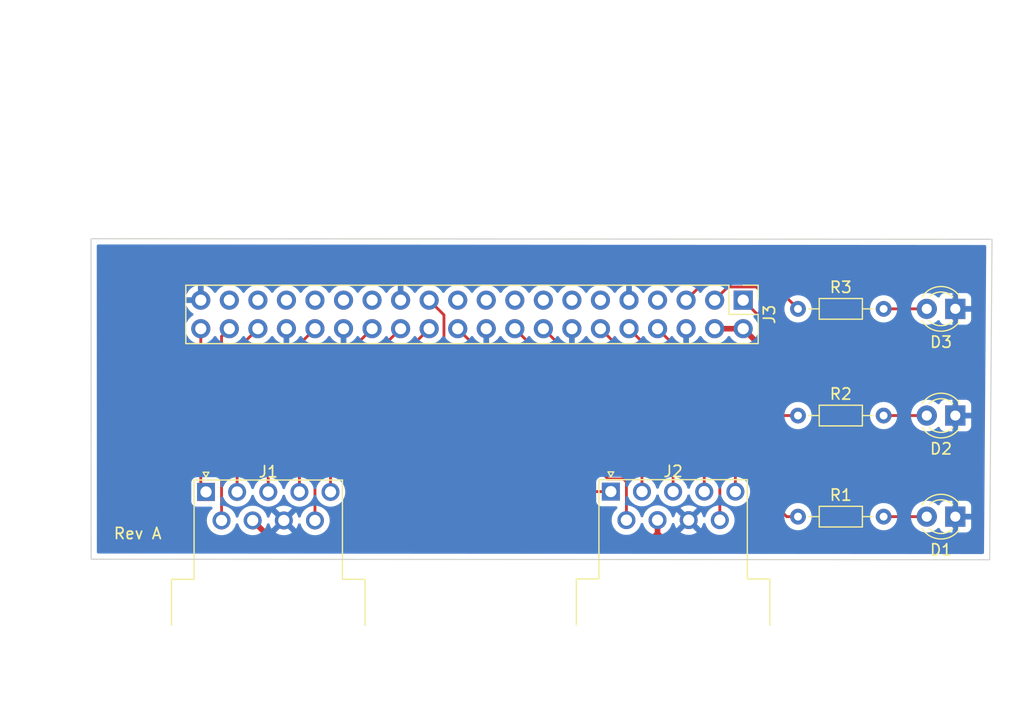
<source format=kicad_pcb>
(kicad_pcb (version 20211014) (generator pcbnew)
  (title_block (title "Unijoysticle Tester") (date "2022-11-29") (rev "A") (company "Ricardo Quesada"))
  (layers (0 "F.Cu" signal) (31 "B.Cu" signal) (34 "B.Paste" user) (35 "F.Paste" user) (36 "B.SilkS" user "B.Silkscreen") (37 "F.SilkS" user "F.Silkscreen") (38 "B.Mask" user) (39 "F.Mask" user) (44 "Edge.Cuts" user))
  (net 0 "")
  (net 1 "/LED_PWR")
  (net 2 "/LED_1")
  (net 3 "/LED_2")
  (net 4 "/J1_UP")
  (net 5 "/J1_DOWN")
  (net 6 "/J1_LEFT")
  (net 7 "/J1_RIGHT")
  (net 8 "/J1_FIRE")
  (net 9 "+5V")
  (net 10 "GND")
  (net 11 "/J2_UP")
  (net 12 "/J2_DOWN")
  (net 13 "/J2_LEFT")
  (net 14 "/J2_RIGHT")
  (net 15 "/J2_FIRE")
  (net 17 "/J1_FIRE3")
  (net 19 "/J1_FIRE2")
  (net 20 "/J2_FIRE3")
  (net 21 "/J2_FIRE2")
  (net 33 "Net-(R2-Pad2)")
  (net 34 "Net-(D3-Pad2)")
  (net 35 "Net-(R1-Pad2)")
  (footprint "Connector_PinHeader_2.54mm:PinHeader_2x20_P2.54mm_Vertical" (layer "F.Cu") (at 145.625 74.725 -90)
    (fp_text reference "J3" (at 1.27 -2.33 90) (layer "F.SilkS"))
    (fp_text value "Raspberry_Pi_2_3")
    (fp_line (start -1.33 49.59) (end 3.87 49.59) (layer "F.SilkS") (width 0.12))
    (fp_line (start -1.33 0) (end -1.33 -1.33) (layer "F.SilkS") (width 0.12))
    (fp_line (start -1.33 1.27) (end 1.27 1.27) (layer "F.SilkS") (width 0.12))
    (fp_line (start 1.27 -1.33) (end 3.87 -1.33) (layer "F.SilkS") (width 0.12))
    (fp_line (start 1.27 1.27) (end 1.27 -1.33) (layer "F.SilkS") (width 0.12))
    (fp_line (start -1.33 1.27) (end -1.33 49.59) (layer "F.SilkS") (width 0.12))
    (fp_line (start 3.87 -1.33) (end 3.87 49.59) (layer "F.SilkS") (width 0.12))
    (fp_line (start -1.33 -1.33) (end 0 -1.33) (layer "F.SilkS") (width 0.12))
    (pad "1" thru_hole rect (at 0 0 270) (size 1.7 1.7) (drill 1) (layers *.Cu *.Mask) (net 1 "/LED_PWR"))
    (pad "2" thru_hole oval (at 2.54 0 270) (size 1.7 1.7) (drill 1) (layers *.Cu *.Mask) (net 9 "+5V"))
    (pad "3" thru_hole oval (at 0 2.54 270) (size 1.7 1.7) (drill 1) (layers *.Cu *.Mask) (net 2 "/LED_1"))
    (pad "4" thru_hole oval (at 2.54 2.54 270) (size 1.7 1.7) (drill 1) (layers *.Cu *.Mask) (net 9 "+5V"))
    (pad "5" thru_hole oval (at 0 5.08 270) (size 1.7 1.7) (drill 1) (layers *.Cu *.Mask) (net 3 "/LED_2"))
    (pad "6" thru_hole oval (at 2.54 5.08 270) (size 1.7 1.7) (drill 1) (layers *.Cu *.Mask) (net 10 "GND"))
    (pad "7" thru_hole oval (at 0 7.62 270) (size 1.7 1.7) (drill 1) (layers *.Cu *.Mask))
    (pad "8" thru_hole oval (at 2.54 7.62 270) (size 1.7 1.7) (drill 1) (layers *.Cu *.Mask) (net 20 "/J2_FIRE3"))
    (pad "9" thru_hole oval (at 0 10.16 270) (size 1.7 1.7) (drill 1) (layers *.Cu *.Mask) (net 10 "GND"))
    (pad "10" thru_hole oval (at 2.54 10.16 270) (size 1.7 1.7) (drill 1) (layers *.Cu *.Mask) (net 21 "/J2_FIRE2"))
    (pad "11" thru_hole oval (at 0 12.7 270) (size 1.7 1.7) (drill 1) (layers *.Cu *.Mask))
    (pad "12" thru_hole oval (at 2.54 12.7 270) (size 1.7 1.7) (drill 1) (layers *.Cu *.Mask) (net 14 "/J2_RIGHT"))
    (pad "13" thru_hole oval (at 0 15.24 270) (size 1.7 1.7) (drill 1) (layers *.Cu *.Mask))
    (pad "14" thru_hole oval (at 2.54 15.24 270) (size 1.7 1.7) (drill 1) (layers *.Cu *.Mask) (net 10 "GND"))
    (pad "15" thru_hole oval (at 0 17.78 270) (size 1.7 1.7) (drill 1) (layers *.Cu *.Mask))
    (pad "16" thru_hole oval (at 2.54 17.78 270) (size 1.7 1.7) (drill 1) (layers *.Cu *.Mask) (net 13 "/J2_LEFT"))
    (pad "17" thru_hole oval (at 0 20.32 270) (size 1.7 1.7) (drill 1) (layers *.Cu *.Mask))
    (pad "18" thru_hole oval (at 2.54 20.32 270) (size 1.7 1.7) (drill 1) (layers *.Cu *.Mask) (net 12 "/J2_DOWN"))
    (pad "19" thru_hole oval (at 0 22.86 270) (size 1.7 1.7) (drill 1) (layers *.Cu *.Mask))
    (pad "20" thru_hole oval (at 2.54 22.86 270) (size 1.7 1.7) (drill 1) (layers *.Cu *.Mask) (net 10 "GND"))
    (pad "21" thru_hole oval (at 0 25.4 270) (size 1.7 1.7) (drill 1) (layers *.Cu *.Mask))
    (pad "22" thru_hole oval (at 2.54 25.4 270) (size 1.7 1.7) (drill 1) (layers *.Cu *.Mask) (net 15 "/J2_FIRE"))
    (pad "23" thru_hole oval (at 0 27.94 270) (size 1.7 1.7) (drill 1) (layers *.Cu *.Mask) (net 11 "/J2_UP"))
    (pad "24" thru_hole oval (at 2.54 27.94 270) (size 1.7 1.7) (drill 1) (layers *.Cu *.Mask) (net 17 "/J1_FIRE3"))
    (pad "25" thru_hole oval (at 0 30.48 270) (size 1.7 1.7) (drill 1) (layers *.Cu *.Mask) (net 10 "GND"))
    (pad "26" thru_hole oval (at 2.54 30.48 270) (size 1.7 1.7) (drill 1) (layers *.Cu *.Mask) (net 19 "/J1_FIRE2"))
    (pad "27" thru_hole oval (at 0 33.02 270) (size 1.7 1.7) (drill 1) (layers *.Cu *.Mask))
    (pad "28" thru_hole oval (at 2.54 33.02 270) (size 1.7 1.7) (drill 1) (layers *.Cu *.Mask) (net 7 "/J1_RIGHT"))
    (pad "29" thru_hole oval (at 0 35.56 270) (size 1.7 1.7) (drill 1) (layers *.Cu *.Mask))
    (pad "30" thru_hole oval (at 2.54 35.56 270) (size 1.7 1.7) (drill 1) (layers *.Cu *.Mask) (net 10 "GND"))
    (pad "31" thru_hole oval (at 0 38.1 270) (size 1.7 1.7) (drill 1) (layers *.Cu *.Mask))
    (pad "32" thru_hole oval (at 2.54 38.1 270) (size 1.7 1.7) (drill 1) (layers *.Cu *.Mask) (net 6 "/J1_LEFT"))
    (pad "33" thru_hole oval (at 0 40.64 270) (size 1.7 1.7) (drill 1) (layers *.Cu *.Mask))
    (pad "34" thru_hole oval (at 2.54 40.64 270) (size 1.7 1.7) (drill 1) (layers *.Cu *.Mask) (net 10 "GND"))
    (pad "35" thru_hole oval (at 0 43.18 270) (size 1.7 1.7) (drill 1) (layers *.Cu *.Mask))
    (pad "36" thru_hole oval (at 2.54 43.18 270) (size 1.7 1.7) (drill 1) (layers *.Cu *.Mask) (net 5 "/J1_DOWN"))
    (pad "37" thru_hole oval (at 0 45.72 270) (size 1.7 1.7) (drill 1) (layers *.Cu *.Mask))
    (pad "38" thru_hole oval (at 2.54 45.72 270) (size 1.7 1.7) (drill 1) (layers *.Cu *.Mask) (net 8 "/J1_FIRE"))
    (pad "39" thru_hole oval (at 0 48.26 270) (size 1.7 1.7) (drill 1) (layers *.Cu *.Mask) (net 10 "GND"))
    (pad "40" thru_hole oval (at 2.54 48.26 270) (size 1.7 1.7) (drill 1) (layers *.Cu *.Mask) (net 4 "/J1_UP"))
  )
  (footprint "LED_THT:LED_D3.0mm" (layer "F.Cu") (at 164.5 94 180)
    (fp_text reference "D1" (at 1.27 -2.96) (layer "F.SilkS"))
    (fp_text value "LED")
    (fp_line (start -0.29 1.08) (end -0.29 1.236) (layer "F.SilkS") (width 0.12))
    (fp_line (start -0.29 -1.236) (end -0.29 -1.08) (layer "F.SilkS") (width 0.12))
    (fp_arc (start 2.942335 1.078608) (mid 1.366487 1.987659) (end -0.29 1.235516) (layer "F.SilkS") (width 0.12))
    (fp_arc (start -0.29 -1.235516) (mid 1.366487 -1.987659) (end 2.942335 -1.078608) (layer "F.SilkS") (width 0.12))
    (fp_arc (start 0.229039 -1.08) (mid 1.270117 -1.5) (end 2.31113 -1.079837) (layer "F.SilkS") (width 0.12))
    (fp_arc (start 2.31113 1.079837) (mid 1.270117 1.5) (end 0.229039 1.08) (layer "F.SilkS") (width 0.12))
    (pad "1" thru_hole rect (at 0 0 180) (size 1.8 1.8) (drill 0.9) (layers *.Cu *.Mask) (net 10 "GND"))
    (pad "2" thru_hole circle (at 2.54 0 180) (size 1.8 1.8) (drill 0.9) (layers *.Cu *.Mask) (net 35 "Net-(R1-Pad2)"))
  )
  (footprint "Resistor_THT:R_Axial_DIN0204_L3.6mm_D1.6mm_P7.62mm_Horizontal" (layer "F.Cu") (at 150.5 75.5)
    (fp_text reference "R3" (at 3.81 -1.92) (layer "F.SilkS"))
    (fp_text value "1K")
    (fp_line (start 1.89 -0.92) (end 1.89 0.92) (layer "F.SilkS") (width 0.12))
    (fp_line (start 6.68 0) (end 5.73 0) (layer "F.SilkS") (width 0.12))
    (fp_line (start 5.73 -0.92) (end 1.89 -0.92) (layer "F.SilkS") (width 0.12))
    (fp_line (start 0.94 0) (end 1.89 0) (layer "F.SilkS") (width 0.12))
    (fp_line (start 1.89 0.92) (end 5.73 0.92) (layer "F.SilkS") (width 0.12))
    (fp_line (start 5.73 0.92) (end 5.73 -0.92) (layer "F.SilkS") (width 0.12))
    (pad "1" thru_hole circle (at 0 0) (size 1.4 1.4) (drill 0.7) (layers *.Cu *.Mask) (net 3 "/LED_2"))
    (pad "2" thru_hole oval (at 7.62 0) (size 1.4 1.4) (drill 0.7) (layers *.Cu *.Mask) (net 34 "Net-(D3-Pad2)"))
  )
  (footprint "Resistor_THT:R_Axial_DIN0204_L3.6mm_D1.6mm_P7.62mm_Horizontal" (layer "F.Cu") (at 150.5 85)
    (fp_text reference "R2" (at 3.81 -1.92) (layer "F.SilkS"))
    (fp_text value "1K")
    (fp_line (start 6.68 0) (end 5.73 0) (layer "F.SilkS") (width 0.12))
    (fp_line (start 1.89 -0.92) (end 1.89 0.92) (layer "F.SilkS") (width 0.12))
    (fp_line (start 1.89 0.92) (end 5.73 0.92) (layer "F.SilkS") (width 0.12))
    (fp_line (start 5.73 0.92) (end 5.73 -0.92) (layer "F.SilkS") (width 0.12))
    (fp_line (start 0.94 0) (end 1.89 0) (layer "F.SilkS") (width 0.12))
    (fp_line (start 5.73 -0.92) (end 1.89 -0.92) (layer "F.SilkS") (width 0.12))
    (pad "1" thru_hole circle (at 0 0) (size 1.4 1.4) (drill 0.7) (layers *.Cu *.Mask) (net 2 "/LED_1"))
    (pad "2" thru_hole oval (at 7.62 0) (size 1.4 1.4) (drill 0.7) (layers *.Cu *.Mask) (net 33 "Net-(R2-Pad2)"))
  )
  (footprint "LED_THT:LED_D3.0mm" (layer "F.Cu") (at 164.5 75.5 180)
    (fp_text reference "D3" (at 1.27 -2.96) (layer "F.SilkS"))
    (fp_text value "LED")
    (fp_line (start -0.29 -1.236) (end -0.29 -1.08) (layer "F.SilkS") (width 0.12))
    (fp_line (start -0.29 1.08) (end -0.29 1.236) (layer "F.SilkS") (width 0.12))
    (fp_arc (start 2.31113 1.079837) (mid 1.270117 1.5) (end 0.229039 1.08) (layer "F.SilkS") (width 0.12))
    (fp_arc (start -0.29 -1.235516) (mid 1.366487 -1.987659) (end 2.942335 -1.078608) (layer "F.SilkS") (width 0.12))
    (fp_arc (start 0.229039 -1.08) (mid 1.270117 -1.5) (end 2.31113 -1.079837) (layer "F.SilkS") (width 0.12))
    (fp_arc (start 2.942335 1.078608) (mid 1.366487 1.987659) (end -0.29 1.235516) (layer "F.SilkS") (width 0.12))
    (pad "1" thru_hole rect (at 0 0 180) (size 1.8 1.8) (drill 0.9) (layers *.Cu *.Mask) (net 10 "GND"))
    (pad "2" thru_hole circle (at 2.54 0 180) (size 1.8 1.8) (drill 0.9) (layers *.Cu *.Mask) (net 34 "Net-(D3-Pad2)"))
  )
  (footprint "LED_THT:LED_D3.0mm" (layer "F.Cu") (at 164.5 85 180)
    (fp_text reference "D2" (at 1.27 -2.96) (layer "F.SilkS"))
    (fp_text value "LED")
    (fp_line (start -0.29 1.08) (end -0.29 1.236) (layer "F.SilkS") (width 0.12))
    (fp_line (start -0.29 -1.236) (end -0.29 -1.08) (layer "F.SilkS") (width 0.12))
    (fp_arc (start 0.229039 -1.08) (mid 1.270117 -1.5) (end 2.31113 -1.079837) (layer "F.SilkS") (width 0.12))
    (fp_arc (start -0.29 -1.235516) (mid 1.366487 -1.987659) (end 2.942335 -1.078608) (layer "F.SilkS") (width 0.12))
    (fp_arc (start 2.31113 1.079837) (mid 1.270117 1.5) (end 0.229039 1.08) (layer "F.SilkS") (width 0.12))
    (fp_arc (start 2.942335 1.078608) (mid 1.366487 1.987659) (end -0.29 1.235516) (layer "F.SilkS") (width 0.12))
    (pad "1" thru_hole rect (at 0 0 180) (size 1.8 1.8) (drill 0.9) (layers *.Cu *.Mask) (net 10 "GND"))
    (pad "2" thru_hole circle (at 2.54 0 180) (size 1.8 1.8) (drill 0.9) (layers *.Cu *.Mask) (net 33 "Net-(R2-Pad2)"))
  )
  (footprint "Resistor_THT:R_Axial_DIN0204_L3.6mm_D1.6mm_P7.62mm_Horizontal" (layer "F.Cu") (at 150.5 94)
    (fp_text reference "R1" (at 3.81 -1.92) (layer "F.SilkS"))
    (fp_text value "1K")
    (fp_line (start 6.68 0) (end 5.73 0) (layer "F.SilkS") (width 0.12))
    (fp_line (start 1.89 -0.92) (end 1.89 0.92) (layer "F.SilkS") (width 0.12))
    (fp_line (start 5.73 0.92) (end 5.73 -0.92) (layer "F.SilkS") (width 0.12))
    (fp_line (start 5.73 -0.92) (end 1.89 -0.92) (layer "F.SilkS") (width 0.12))
    (fp_line (start 1.89 0.92) (end 5.73 0.92) (layer "F.SilkS") (width 0.12))
    (fp_line (start 0.94 0) (end 1.89 0) (layer "F.SilkS") (width 0.12))
    (pad "1" thru_hole circle (at 0 0) (size 1.4 1.4) (drill 0.7) (layers *.Cu *.Mask) (net 1 "/LED_PWR"))
    (pad "2" thru_hole oval (at 7.62 0) (size 1.4 1.4) (drill 0.7) (layers *.Cu *.Mask) (net 35 "Net-(R1-Pad2)"))
  )
  (footprint "Connector_Dsub:DSUB-9_Male_Horizontal_P2.77x2.54mm_EdgePinOffset9.40mm" (layer "F.Cu") (at 133.85 91.769669)
    (fp_text reference "J2" (at 5.54 -1.8) (layer "F.SilkS"))
    (fp_text value "DB9_Male")
    (fp_line (start -1.06 7.78) (end -1.06 -1.06) (layer "F.SilkS") (width 0.12))
    (fp_line (start 14.15 7.78) (end 14.15 11.88) (layer "F.SilkS") (width 0.12))
    (fp_line (start -3.07 7.78) (end -1.06 7.78) (layer "F.SilkS") (width 0.12))
    (fp_line (start -1.06 -1.06) (end 12.14 -1.06) (layer "F.SilkS") (width 0.12))
    (fp_line (start 12.14 -1.06) (end 12.14 7.78) (layer "F.SilkS") (width 0.12))
    (fp_line (start 0.25 -1.754338) (end 0 -1.321325) (layer "F.SilkS") (width 0.12))
    (fp_line (start -3.07 11.88) (end -3.07 7.78) (layer "F.SilkS") (width 0.12))
    (fp_line (start 0 -1.321325) (end -0.25 -1.754338) (layer "F.SilkS") (width 0.12))
    (fp_line (start 12.14 7.78) (end 14.15 7.78) (layer "F.SilkS") (width 0.12))
    (fp_line (start -0.25 -1.754338) (end 0.25 -1.754338) (layer "F.SilkS") (width 0.12))
    (pad "1" thru_hole rect (at 0 0) (size 1.6 1.6) (drill 1) (layers *.Cu *.Mask) (net 11 "/J2_UP"))
    (pad "2" thru_hole circle (at 2.77 0) (size 1.6 1.6) (drill 1) (layers *.Cu *.Mask) (net 12 "/J2_DOWN"))
    (pad "3" thru_hole circle (at 5.54 0) (size 1.6 1.6) (drill 1) (layers *.Cu *.Mask) (net 13 "/J2_LEFT"))
    (pad "4" thru_hole circle (at 8.31 0) (size 1.6 1.6) (drill 1) (layers *.Cu *.Mask) (net 14 "/J2_RIGHT"))
    (pad "5" thru_hole circle (at 11.08 0) (size 1.6 1.6) (drill 1) (layers *.Cu *.Mask) (net 20 "/J2_FIRE3"))
    (pad "6" thru_hole circle (at 1.385 2.54) (size 1.6 1.6) (drill 1) (layers *.Cu *.Mask) (net 15 "/J2_FIRE"))
    (pad "7" thru_hole circle (at 4.155 2.54) (size 1.6 1.6) (drill 1) (layers *.Cu *.Mask) (net 9 "+5V"))
    (pad "8" thru_hole circle (at 6.925 2.54) (size 1.6 1.6) (drill 1) (layers *.Cu *.Mask) (net 10 "GND"))
    (pad "9" thru_hole circle (at 9.695 2.54) (size 1.6 1.6) (drill 1) (layers *.Cu *.Mask) (net 21 "/J2_FIRE2"))
  )
  (footprint "Connector_Dsub:DSUB-9_Male_Horizontal_P2.77x2.54mm_EdgePinOffset9.40mm" (layer "F.Cu") (at 97.828 91.799669)
    (fp_text reference "J1" (at 5.54 -1.8) (layer "F.SilkS"))
    (fp_text value "DB9_Male")
    (fp_line (start -3.07 11.88) (end -3.07 7.78) (layer "F.SilkS") (width 0.12))
    (fp_line (start 12.14 -1.06) (end 12.14 7.78) (layer "F.SilkS") (width 0.12))
    (fp_line (start -0.25 -1.754338) (end 0.25 -1.754338) (layer "F.SilkS") (width 0.12))
    (fp_line (start 0.25 -1.754338) (end 0 -1.321325) (layer "F.SilkS") (width 0.12))
    (fp_line (start -1.06 -1.06) (end 12.14 -1.06) (layer "F.SilkS") (width 0.12))
    (fp_line (start -3.07 7.78) (end -1.06 7.78) (layer "F.SilkS") (width 0.12))
    (fp_line (start 14.15 7.78) (end 14.15 11.88) (layer "F.SilkS") (width 0.12))
    (fp_line (start 12.14 7.78) (end 14.15 7.78) (layer "F.SilkS") (width 0.12))
    (fp_line (start 0 -1.321325) (end -0.25 -1.754338) (layer "F.SilkS") (width 0.12))
    (fp_line (start -1.06 7.78) (end -1.06 -1.06) (layer "F.SilkS") (width 0.12))
    (pad "1" thru_hole rect (at 0 0) (size 1.6 1.6) (drill 1) (layers *.Cu *.Mask) (net 4 "/J1_UP"))
    (pad "2" thru_hole circle (at 2.77 0) (size 1.6 1.6) (drill 1) (layers *.Cu *.Mask) (net 5 "/J1_DOWN"))
    (pad "3" thru_hole circle (at 5.54 0) (size 1.6 1.6) (drill 1) (layers *.Cu *.Mask) (net 6 "/J1_LEFT"))
    (pad "4" thru_hole circle (at 8.31 0) (size 1.6 1.6) (drill 1) (layers *.Cu *.Mask) (net 7 "/J1_RIGHT"))
    (pad "5" thru_hole circle (at 11.08 0) (size 1.6 1.6) (drill 1) (layers *.Cu *.Mask) (net 17 "/J1_FIRE3"))
    (pad "6" thru_hole circle (at 1.385 2.54) (size 1.6 1.6) (drill 1) (layers *.Cu *.Mask) (net 8 "/J1_FIRE"))
    (pad "7" thru_hole circle (at 4.155 2.54) (size 1.6 1.6) (drill 1) (layers *.Cu *.Mask) (net 9 "+5V"))
    (pad "8" thru_hole circle (at 6.925 2.54) (size 1.6 1.6) (drill 1) (layers *.Cu *.Mask) (net 10 "GND"))
    (pad "9" thru_hole circle (at 9.695 2.54) (size 1.6 1.6) (drill 1) (layers *.Cu *.Mask) (net 19 "/J1_FIRE2"))
  )
  (gr_poly (pts (xy 167.554744 97.838954) (xy 87.609327 97.790342) (xy 87.600353 69.256103) (xy 167.76377 69.304715)) (layer "Edge.Cuts") (width 0.1) (fill none))
  (gr_text "Rev A" (at 91.75 95.5) (layer "F.SilkS") (effects (font (size 1 1))))
  (segment (start 145.625 74.725) (end 148.25 77.35) (width 0.25) (layer "F.Cu") (net 1))
  (segment (start 148.25 77.35) (end 148.25 92.75) (width 0.25) (layer "F.Cu") (net 1))
  (segment (start 149.5 94) (end 150.5 94) (width 0.25) (layer "F.Cu") (net 1))
  (segment (start 148.25 92.75) (end 149.5 94) (width 0.25) (layer "F.Cu") (net 1))
  (segment (start 144.26 73.55) (end 146.8 73.55) (width 0.25) (layer "F.Cu") (net 2))
  (segment (start 149 85) (end 150.5 85) (width 0.25) (layer "F.Cu") (net 2))
  (segment (start 143.085 74.725) (end 144.26 73.55) (width 0.25) (layer "F.Cu") (net 2))
  (segment (start 146.8 73.55) (end 149 75.75) (width 0.25) (layer "F.Cu") (net 2))
  (segment (start 149 75.75) (end 149 85) (width 0.25) (layer "F.Cu") (net 2))
  (segment (start 143.27 72) (end 147 72) (width 0.25) (layer "F.Cu") (net 3))
  (segment (start 140.545 74.725) (end 143.27 72) (width 0.25) (layer "F.Cu") (net 3))
  (segment (start 147 72) (end 150.5 75.5) (width 0.25) (layer "F.Cu") (net 3))
  (segment (start 97.365 91.336669) (end 97.828 91.799669) (width 0.25) (layer "F.Cu") (net 4))
  (segment (start 97.365 77.265) (end 97.365 91.336669) (width 0.25) (layer "F.Cu") (net 4))
  (segment (start 100.598 79.112) (end 102.445 77.265) (width 0.25) (layer "F.Cu") (net 5))
  (segment (start 100.598 91.799669) (end 100.598 79.112) (width 0.25) (layer "F.Cu") (net 5))
  (segment (start 103.368 91.799669) (end 103.368 81.422) (width 0.25) (layer "F.Cu") (net 6))
  (segment (start 103.368 81.422) (end 107.525 77.265) (width 0.25) (layer "F.Cu") (net 6))
  (segment (start 106.138 91.799669) (end 106.138 83.732) (width 0.25) (layer "F.Cu") (net 7))
  (segment (start 106.138 83.732) (end 112.605 77.265) (width 0.25) (layer "F.Cu") (net 7))
  (segment (start 99.213 77.957) (end 99.213 94.339669) (width 0.25) (layer "F.Cu") (net 8))
  (segment (start 99.905 77.265) (end 99.213 77.957) (width 0.25) (layer "F.Cu") (net 8))
  (segment (start 138.005 95.495) (end 138.005 94.309669) (width 0.5) (layer "F.Cu") (net 9))
  (segment (start 147.5 79.14) (end 145.625 77.265) (width 0.5) (layer "F.Cu") (net 9))
  (segment (start 138 95.5) (end 138.005 95.495) (width 0.5) (layer "F.Cu") (net 9))
  (segment (start 101.983 94.339669) (end 103.643331 96) (width 0.5) (layer "F.Cu") (net 9))
  (segment (start 147.5 95) (end 147.5 79.14) (width 0.5) (layer "F.Cu") (net 9))
  (segment (start 145.625 77.265) (end 143.085 77.265) (width 0.5) (layer "F.Cu") (net 9))
  (segment (start 103.643331 96) (end 137 96) (width 0.5) (layer "F.Cu") (net 9))
  (segment (start 137 96) (end 138.5 96) (width 0.5) (layer "F.Cu") (net 9))
  (segment (start 137 96) (end 137.5 96) (width 0.5) (layer "F.Cu") (net 9))
  (segment (start 137.5 96) (end 137.75 95.75) (width 0.5) (layer "F.Cu") (net 9))
  (segment (start 137.75 95.75) (end 138 95.5) (width 0.5) (layer "F.Cu") (net 9))
  (segment (start 146.5 96) (end 147.5 95) (width 0.5) (layer "F.Cu") (net 9))
  (segment (start 138.5 96) (end 146.5 96) (width 0.5) (layer "F.Cu") (net 9))
  (segment (start 138 95.5) (end 138.5 96) (width 0.5) (layer "F.Cu") (net 9))
  (segment (start 127.269669 91.769669) (end 133.85 91.769669) (width 0.25) (layer "F.Cu") (net 11))
  (segment (start 117.685 74.725) (end 119 76.04) (width 0.25) (layer "F.Cu") (net 11))
  (segment (start 119 76.04) (end 119 83.5) (width 0.25) (layer "F.Cu") (net 11))
  (segment (start 119 83.5) (end 127.269669 91.769669) (width 0.25) (layer "F.Cu") (net 11))
  (segment (start 136.5 88.46) (end 136.5 89.5) (width 0.25) (layer "F.Cu") (net 12))
  (segment (start 125.305 77.265) (end 136.5 88.46) (width 0.25) (layer "F.Cu") (net 12))
  (segment (start 136.62 89.62) (end 136.62 91.769669) (width 0.25) (layer "F.Cu") (net 12))
  (segment (start 136.5 89.5) (end 136.62 89.62) (width 0.25) (layer "F.Cu") (net 12))
  (segment (start 139.39 89.39) (end 139.39 91.769669) (width 0.25) (layer "F.Cu") (net 13))
  (segment (start 127.845 77.265) (end 138.5 87.92) (width 0.25) (layer "F.Cu") (net 13))
  (segment (start 138.5 88.5) (end 139.39 89.39) (width 0.25) (layer "F.Cu") (net 13))
  (segment (start 138.5 87.92) (end 138.5 88.5) (width 0.25) (layer "F.Cu") (net 13))
  (segment (start 140.5 85.5) (end 142.16 87.16) (width 0.25) (layer "F.Cu") (net 14))
  (segment (start 142.16 87.16) (end 142.16 91.769669) (width 0.25) (layer "F.Cu") (net 14))
  (segment (start 132.925 77.265) (end 140.5 84.84) (width 0.25) (layer "F.Cu") (net 14))
  (segment (start 140.5 84.84) (end 140.5 85.5) (width 0.25) (layer "F.Cu") (net 14))
  (segment (start 134.975 90.644669) (end 135.235 90.904669) (width 0.25) (layer "F.Cu") (net 15))
  (segment (start 120.225 77.265) (end 133.604669 90.644669) (width 0.25) (layer "F.Cu") (net 15))
  (segment (start 135.235 90.904669) (end 135.235 94.309669) (width 0.25) (layer "F.Cu") (net 15))
  (segment (start 133.604669 90.644669) (end 134.975 90.644669) (width 0.25) (layer "F.Cu") (net 15))
  (segment (start 108.908 86.042) (end 117.685 77.265) (width 0.25) (layer "F.Cu") (net 17))
  (segment (start 108.908 91.799669) (end 108.908 86.042) (width 0.25) (layer "F.Cu") (net 17))
  (segment (start 107.523 84.887) (end 115.145 77.265) (width 0.25) (layer "F.Cu") (net 19))
  (segment (start 107.523 94.339669) (end 107.523 84.887) (width 0.25) (layer "F.Cu") (net 19))
  (segment (start 144.93 84.19) (end 144.93 91.769669) (width 0.25) (layer "F.Cu") (net 20))
  (segment (start 138.005 77.265) (end 144.93 84.19) (width 0.25) (layer "F.Cu") (net 20))
  (segment (start 135.465 77.265) (end 143.545 85.345) (width 0.25) (layer "F.Cu") (net 21))
  (segment (start 143.545 85.345) (end 143.545 94.309669) (width 0.25) (layer "F.Cu") (net 21))
  (segment (start 158.12 85) (end 161.96 85) (width 0.25) (layer "F.Cu") (net 33))
  (segment (start 158.12 75.5) (end 161.96 75.5) (width 0.25) (layer "F.Cu") (net 34))
  (segment (start 158.12 94) (end 161.96 94) (width 0.25) (layer "F.Cu") (net 35))
  (zone (net 10) (net_name "GND") (layer "B.Cu") (connect_pads (clearance 0.508)) (min_thickness 0.254) (fill yes (thermal_gap 0.508) (thermal_bridge_width 0.508))
    (polygon (pts (xy 169.125326 99.23898) (xy 80.5 98.5) (xy 79.5 70) (xy 84.5 48) (xy 170.625326 48.23898)))
  )
)
</source>
